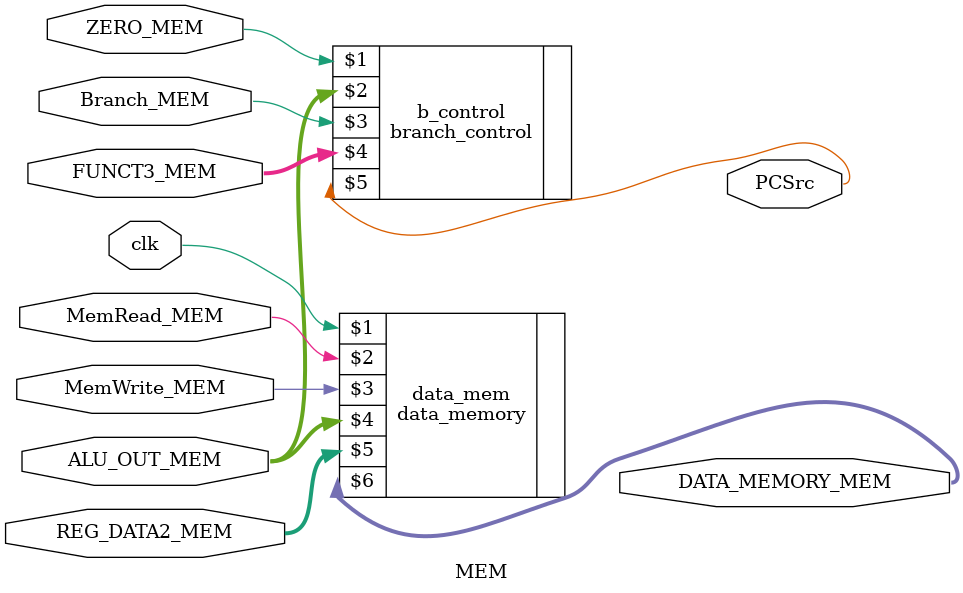
<source format=v>
`timescale 1ns / 1ps


module MEM(
    input clk,
    input MemRead_MEM,
    input MemWrite_MEM,
    input [31:0] ALU_OUT_MEM,
    input [31:0] REG_DATA2_MEM,
    input ZERO_MEM,
    input Branch_MEM,
    input [2:0] FUNCT3_MEM,
    output [31:0] DATA_MEMORY_MEM,
    output PCSrc
    );

    data_memory data_mem(clk,
                         MemRead_MEM,
                         MemWrite_MEM,
                         ALU_OUT_MEM,
                         REG_DATA2_MEM,
                         DATA_MEMORY_MEM);
    
    branch_control b_control(ZERO_MEM,
                             ALU_OUT_MEM,
                             Branch_MEM,
                             FUNCT3_MEM,
                             PCSrc);
endmodule
</source>
